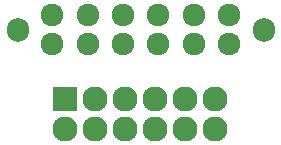
<source format=gts>
G04 #@! TF.FileFunction,Soldermask,Top*
%FSLAX46Y46*%
G04 Gerber Fmt 4.6, Leading zero omitted, Abs format (unit mm)*
G04 Created by KiCad (PCBNEW (2016-02-15 BZR 6559)-product) date Friday, 26 February 2016 'pmt' 22:53:27*
%MOMM*%
G01*
G04 APERTURE LIST*
%ADD10C,0.100000*%
%ADD11R,2.127200X2.127200*%
%ADD12O,2.127200X2.127200*%
%ADD13C,1.924000*%
%ADD14O,1.900000X2.000000*%
G04 APERTURE END LIST*
D10*
D11*
X145880000Y-98500000D03*
D12*
X145880000Y-101040000D03*
X148420000Y-98500000D03*
X148420000Y-101040000D03*
X150960000Y-98500000D03*
X150960000Y-101040000D03*
X153500000Y-98500000D03*
X153500000Y-101040000D03*
X156040000Y-98500000D03*
X156040000Y-101040000D03*
X158580000Y-98500000D03*
X158580000Y-101040000D03*
D13*
X144823935Y-91376269D03*
X144823935Y-93876269D03*
X147823935Y-91376269D03*
X147823935Y-93876269D03*
X150823935Y-93876269D03*
X150823935Y-91376269D03*
X153823935Y-91376269D03*
X153823935Y-93876269D03*
X156823935Y-93876269D03*
X156823935Y-91376269D03*
X159823935Y-91376269D03*
X159823935Y-93876269D03*
D14*
X162723935Y-92626269D03*
X141923935Y-92626269D03*
M02*

</source>
